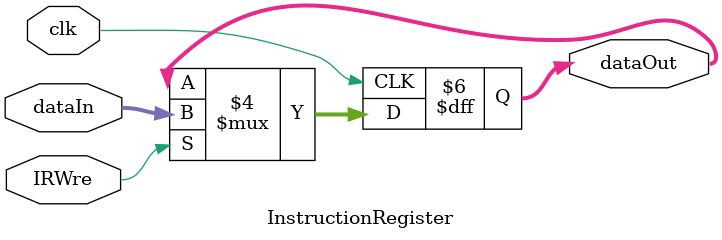
<source format=v>
`timescale 1ns / 1ps

module InstructionRegister(
    input clk,
    input IRWre,
    input [31:0] dataIn,
    output reg [31:0] dataOut
    );

    always@(posedge clk) begin
        if (IRWre == 1) begin
            dataOut = dataIn;
        end
    end

endmodule

</source>
